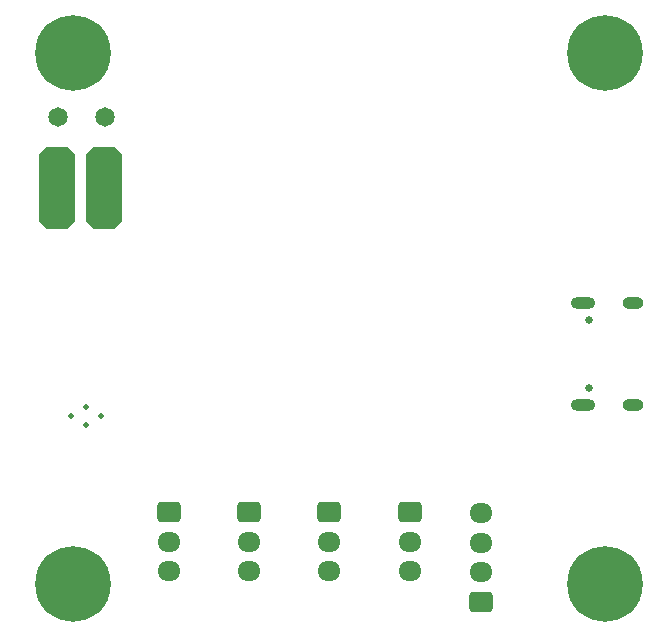
<source format=gbr>
%TF.GenerationSoftware,KiCad,Pcbnew,8.0.6-8.0.6-0~ubuntu20.04.1*%
%TF.CreationDate,2024-12-12T22:35:04+05:00*%
%TF.ProjectId,EpsilonAnomalain,45707369-6c6f-46e4-916e-6f6d616c6169,rev?*%
%TF.SameCoordinates,Original*%
%TF.FileFunction,Soldermask,Bot*%
%TF.FilePolarity,Negative*%
%FSLAX46Y46*%
G04 Gerber Fmt 4.6, Leading zero omitted, Abs format (unit mm)*
G04 Created by KiCad (PCBNEW 8.0.6-8.0.6-0~ubuntu20.04.1) date 2024-12-12 22:35:04*
%MOMM*%
%LPD*%
G01*
G04 APERTURE LIST*
G04 Aperture macros list*
%AMRoundRect*
0 Rectangle with rounded corners*
0 $1 Rounding radius*
0 $2 $3 $4 $5 $6 $7 $8 $9 X,Y pos of 4 corners*
0 Add a 4 corners polygon primitive as box body*
4,1,4,$2,$3,$4,$5,$6,$7,$8,$9,$2,$3,0*
0 Add four circle primitives for the rounded corners*
1,1,$1+$1,$2,$3*
1,1,$1+$1,$4,$5*
1,1,$1+$1,$6,$7*
1,1,$1+$1,$8,$9*
0 Add four rect primitives between the rounded corners*
20,1,$1+$1,$2,$3,$4,$5,0*
20,1,$1+$1,$4,$5,$6,$7,0*
20,1,$1+$1,$6,$7,$8,$9,0*
20,1,$1+$1,$8,$9,$2,$3,0*%
%AMOutline5P*
0 Free polygon, 5 corners , with rotation*
0 The origin of the aperture is its center*
0 number of corners: always 5*
0 $1 to $10 corner X, Y*
0 $11 Rotation angle, in degrees counterclockwise*
0 create outline with 5 corners*
4,1,5,$1,$2,$3,$4,$5,$6,$7,$8,$9,$10,$1,$2,$11*%
%AMOutline6P*
0 Free polygon, 6 corners , with rotation*
0 The origin of the aperture is its center*
0 number of corners: always 6*
0 $1 to $12 corner X, Y*
0 $13 Rotation angle, in degrees counterclockwise*
0 create outline with 6 corners*
4,1,6,$1,$2,$3,$4,$5,$6,$7,$8,$9,$10,$11,$12,$1,$2,$13*%
%AMOutline7P*
0 Free polygon, 7 corners , with rotation*
0 The origin of the aperture is its center*
0 number of corners: always 7*
0 $1 to $14 corner X, Y*
0 $15 Rotation angle, in degrees counterclockwise*
0 create outline with 7 corners*
4,1,7,$1,$2,$3,$4,$5,$6,$7,$8,$9,$10,$11,$12,$13,$14,$1,$2,$15*%
%AMOutline8P*
0 Free polygon, 8 corners , with rotation*
0 The origin of the aperture is its center*
0 number of corners: always 8*
0 $1 to $16 corner X, Y*
0 $17 Rotation angle, in degrees counterclockwise*
0 create outline with 8 corners*
4,1,8,$1,$2,$3,$4,$5,$6,$7,$8,$9,$10,$11,$12,$13,$14,$15,$16,$1,$2,$17*%
G04 Aperture macros list end*
%ADD10RoundRect,0.250000X-0.725000X0.600000X-0.725000X-0.600000X0.725000X-0.600000X0.725000X0.600000X0*%
%ADD11O,1.950000X1.700000*%
%ADD12C,0.800000*%
%ADD13C,6.400000*%
%ADD14RoundRect,0.250000X0.725000X-0.600000X0.725000X0.600000X-0.725000X0.600000X-0.725000X-0.600000X0*%
%ADD15C,1.649242*%
%ADD16Outline8P,-3.500000X0.900000X-2.900000X1.500000X2.900000X1.500000X3.500000X0.900000X3.500000X-0.900000X2.900000X-1.500000X-2.900000X-1.500000X-3.500000X-0.900000X90.000000*%
%ADD17C,0.499999*%
%ADD18C,0.650000*%
%ADD19O,2.100000X1.000000*%
%ADD20O,1.800000X1.000000*%
G04 APERTURE END LIST*
D10*
%TO.C,J4*%
X254700000Y-117900000D03*
D11*
X254700000Y-120400000D03*
X254700000Y-122900000D03*
%TD*%
D12*
%TO.C,H1*%
X275600000Y-79000000D03*
X276302944Y-77302944D03*
X276302944Y-80697056D03*
X278000000Y-76600000D03*
D13*
X278000000Y-79000000D03*
D12*
X278000000Y-81400000D03*
X279697056Y-77302944D03*
X279697056Y-80697056D03*
X280400000Y-79000000D03*
%TD*%
D10*
%TO.C,J3*%
X261500000Y-117900000D03*
D11*
X261500000Y-120400000D03*
X261500000Y-122900000D03*
%TD*%
D14*
%TO.C,J7*%
X267500000Y-125500000D03*
D11*
X267500000Y-123000000D03*
X267500000Y-120500000D03*
X267500000Y-118000000D03*
%TD*%
D15*
%TO.C,J8*%
X231737500Y-84500000D03*
X235737500Y-84500000D03*
D16*
X235637500Y-90500000D03*
X231637500Y-90500000D03*
%TD*%
D17*
%TO.C,U2*%
X234119920Y-109024920D03*
X235395000Y-109799920D03*
X232844998Y-109799920D03*
X234119920Y-110574920D03*
%TD*%
D10*
%TO.C,J6*%
X241100000Y-117900000D03*
D11*
X241100000Y-120400000D03*
X241100000Y-122900000D03*
%TD*%
D12*
%TO.C,H4*%
X275600000Y-124000000D03*
X276302944Y-122302944D03*
X276302944Y-125697056D03*
X278000000Y-121600000D03*
D13*
X278000000Y-124000000D03*
D12*
X278000000Y-126400000D03*
X279697056Y-122302944D03*
X279697056Y-125697056D03*
X280400000Y-124000000D03*
%TD*%
D10*
%TO.C,J5*%
X247900000Y-117900000D03*
D11*
X247900000Y-120400000D03*
X247900000Y-122900000D03*
%TD*%
D12*
%TO.C,H2*%
X230600000Y-124000000D03*
X231302944Y-122302944D03*
X231302944Y-125697056D03*
X233000000Y-121600000D03*
D13*
X233000000Y-124000000D03*
D12*
X233000000Y-126400000D03*
X234697056Y-122302944D03*
X234697056Y-125697056D03*
X235400000Y-124000000D03*
%TD*%
D18*
%TO.C,J1*%
X276695000Y-107390000D03*
X276695000Y-101610000D03*
D19*
X276195000Y-108820000D03*
D20*
X280375000Y-108820000D03*
D19*
X276195000Y-100180000D03*
D20*
X280375000Y-100180000D03*
%TD*%
D12*
%TO.C,H3*%
X230600000Y-79000000D03*
X231302944Y-77302944D03*
X231302944Y-80697056D03*
X233000000Y-76600000D03*
D13*
X233000000Y-79000000D03*
D12*
X233000000Y-81400000D03*
X234697056Y-77302944D03*
X234697056Y-80697056D03*
X235400000Y-79000000D03*
%TD*%
M02*

</source>
